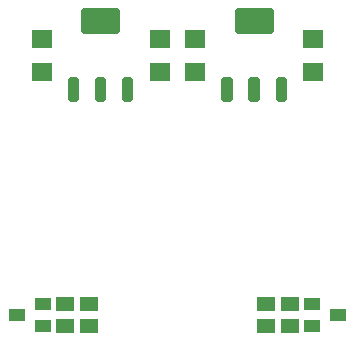
<source format=gbr>
G04 EAGLE Gerber RS-274X export*
G75*
%MOMM*%
%FSLAX34Y34*%
%LPD*%
%INSolderpaste Top*%
%IPPOS*%
%AMOC8*
5,1,8,0,0,1.08239X$1,22.5*%
G01*
%ADD10C,0.484500*%
%ADD11C,0.645000*%
%ADD12R,1.800000X1.600000*%
%ADD13R,1.400000X1.000000*%
%ADD14R,1.500000X1.300000*%


D10*
X-90328Y67672D02*
X-90328Y84328D01*
X-85672Y84328D01*
X-85672Y67672D01*
X-90328Y67672D01*
X-90328Y72275D02*
X-85672Y72275D01*
X-85672Y76878D02*
X-90328Y76878D01*
X-90328Y81481D02*
X-85672Y81481D01*
X-67328Y84328D02*
X-67328Y67672D01*
X-67328Y84328D02*
X-62672Y84328D01*
X-62672Y67672D01*
X-67328Y67672D01*
X-67328Y72275D02*
X-62672Y72275D01*
X-62672Y76878D02*
X-67328Y76878D01*
X-67328Y81481D02*
X-62672Y81481D01*
X-44328Y84328D02*
X-44328Y67672D01*
X-44328Y84328D02*
X-39672Y84328D01*
X-39672Y67672D01*
X-44328Y67672D01*
X-44328Y72275D02*
X-39672Y72275D01*
X-39672Y76878D02*
X-44328Y76878D01*
X-44328Y81481D02*
X-39672Y81481D01*
D11*
X-51975Y126475D02*
X-51975Y141525D01*
X-51975Y126475D02*
X-78025Y126475D01*
X-78025Y141525D01*
X-51975Y141525D01*
X-51975Y132602D02*
X-78025Y132602D01*
X-78025Y138729D02*
X-51975Y138729D01*
D12*
X-15000Y91000D03*
X-15000Y119000D03*
X-115000Y91000D03*
X-115000Y119000D03*
D10*
X39672Y84328D02*
X39672Y67672D01*
X39672Y84328D02*
X44328Y84328D01*
X44328Y67672D01*
X39672Y67672D01*
X39672Y72275D02*
X44328Y72275D01*
X44328Y76878D02*
X39672Y76878D01*
X39672Y81481D02*
X44328Y81481D01*
X62672Y84328D02*
X62672Y67672D01*
X62672Y84328D02*
X67328Y84328D01*
X67328Y67672D01*
X62672Y67672D01*
X62672Y72275D02*
X67328Y72275D01*
X67328Y76878D02*
X62672Y76878D01*
X62672Y81481D02*
X67328Y81481D01*
X85672Y84328D02*
X85672Y67672D01*
X85672Y84328D02*
X90328Y84328D01*
X90328Y67672D01*
X85672Y67672D01*
X85672Y72275D02*
X90328Y72275D01*
X90328Y76878D02*
X85672Y76878D01*
X85672Y81481D02*
X90328Y81481D01*
D11*
X78025Y126475D02*
X78025Y141525D01*
X78025Y126475D02*
X51975Y126475D01*
X51975Y141525D01*
X78025Y141525D01*
X78025Y132602D02*
X51975Y132602D01*
X51975Y138729D02*
X78025Y138729D01*
D12*
X115000Y91000D03*
X115000Y119000D03*
X15000Y91000D03*
X15000Y119000D03*
D13*
X-114000Y-124500D03*
X-114000Y-105500D03*
X-136000Y-115000D03*
X114000Y-105500D03*
X114000Y-124500D03*
X136000Y-115000D03*
D14*
X-75000Y-105500D03*
X-75000Y-124500D03*
X-95000Y-105500D03*
X-95000Y-124500D03*
X75000Y-124500D03*
X75000Y-105500D03*
X95000Y-124500D03*
X95000Y-105500D03*
M02*

</source>
